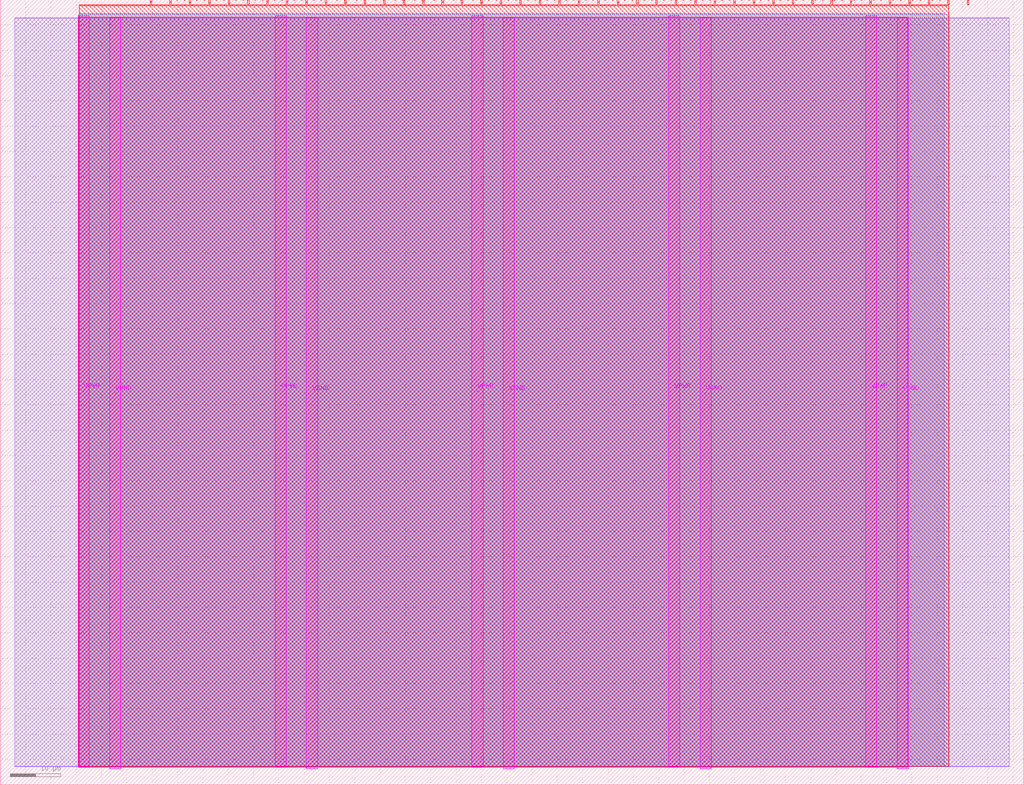
<source format=lef>
VERSION 5.7 ;
  NOWIREEXTENSIONATPIN ON ;
  DIVIDERCHAR "/" ;
  BUSBITCHARS "[]" ;
MACRO tt_um_ezelioli_blockvga
  CLASS BLOCK ;
  FOREIGN tt_um_ezelioli_blockvga ;
  ORIGIN 0.000 0.000 ;
  SIZE 202.080 BY 154.980 ;
  PIN VGND
    DIRECTION INOUT ;
    USE GROUND ;
    PORT
      LAYER TopMetal1 ;
        RECT 21.580 3.150 23.780 151.420 ;
    END
    PORT
      LAYER TopMetal1 ;
        RECT 60.450 3.150 62.650 151.420 ;
    END
    PORT
      LAYER TopMetal1 ;
        RECT 99.320 3.150 101.520 151.420 ;
    END
    PORT
      LAYER TopMetal1 ;
        RECT 138.190 3.150 140.390 151.420 ;
    END
    PORT
      LAYER TopMetal1 ;
        RECT 177.060 3.150 179.260 151.420 ;
    END
  END VGND
  PIN VPWR
    DIRECTION INOUT ;
    USE POWER ;
    PORT
      LAYER TopMetal1 ;
        RECT 15.380 3.560 17.580 151.830 ;
    END
    PORT
      LAYER TopMetal1 ;
        RECT 54.250 3.560 56.450 151.830 ;
    END
    PORT
      LAYER TopMetal1 ;
        RECT 93.120 3.560 95.320 151.830 ;
    END
    PORT
      LAYER TopMetal1 ;
        RECT 131.990 3.560 134.190 151.830 ;
    END
    PORT
      LAYER TopMetal1 ;
        RECT 170.860 3.560 173.060 151.830 ;
    END
  END VPWR
  PIN clk
    DIRECTION INPUT ;
    USE SIGNAL ;
    ANTENNAGATEAREA 0.725400 ;
    PORT
      LAYER Metal4 ;
        RECT 187.050 153.980 187.350 154.980 ;
    END
  END clk
  PIN ena
    DIRECTION INPUT ;
    USE SIGNAL ;
    PORT
      LAYER Metal4 ;
        RECT 190.890 153.980 191.190 154.980 ;
    END
  END ena
  PIN rst_n
    DIRECTION INPUT ;
    USE SIGNAL ;
    ANTENNAGATEAREA 0.938600 ;
    PORT
      LAYER Metal4 ;
        RECT 183.210 153.980 183.510 154.980 ;
    END
  END rst_n
  PIN ui_in[0]
    DIRECTION INPUT ;
    USE SIGNAL ;
    PORT
      LAYER Metal4 ;
        RECT 179.370 153.980 179.670 154.980 ;
    END
  END ui_in[0]
  PIN ui_in[1]
    DIRECTION INPUT ;
    USE SIGNAL ;
    PORT
      LAYER Metal4 ;
        RECT 175.530 153.980 175.830 154.980 ;
    END
  END ui_in[1]
  PIN ui_in[2]
    DIRECTION INPUT ;
    USE SIGNAL ;
    PORT
      LAYER Metal4 ;
        RECT 171.690 153.980 171.990 154.980 ;
    END
  END ui_in[2]
  PIN ui_in[3]
    DIRECTION INPUT ;
    USE SIGNAL ;
    PORT
      LAYER Metal4 ;
        RECT 167.850 153.980 168.150 154.980 ;
    END
  END ui_in[3]
  PIN ui_in[4]
    DIRECTION INPUT ;
    USE SIGNAL ;
    PORT
      LAYER Metal4 ;
        RECT 164.010 153.980 164.310 154.980 ;
    END
  END ui_in[4]
  PIN ui_in[5]
    DIRECTION INPUT ;
    USE SIGNAL ;
    PORT
      LAYER Metal4 ;
        RECT 160.170 153.980 160.470 154.980 ;
    END
  END ui_in[5]
  PIN ui_in[6]
    DIRECTION INPUT ;
    USE SIGNAL ;
    PORT
      LAYER Metal4 ;
        RECT 156.330 153.980 156.630 154.980 ;
    END
  END ui_in[6]
  PIN ui_in[7]
    DIRECTION INPUT ;
    USE SIGNAL ;
    PORT
      LAYER Metal4 ;
        RECT 152.490 153.980 152.790 154.980 ;
    END
  END ui_in[7]
  PIN uio_in[0]
    DIRECTION INPUT ;
    USE SIGNAL ;
    PORT
      LAYER Metal4 ;
        RECT 148.650 153.980 148.950 154.980 ;
    END
  END uio_in[0]
  PIN uio_in[1]
    DIRECTION INPUT ;
    USE SIGNAL ;
    PORT
      LAYER Metal4 ;
        RECT 144.810 153.980 145.110 154.980 ;
    END
  END uio_in[1]
  PIN uio_in[2]
    DIRECTION INPUT ;
    USE SIGNAL ;
    PORT
      LAYER Metal4 ;
        RECT 140.970 153.980 141.270 154.980 ;
    END
  END uio_in[2]
  PIN uio_in[3]
    DIRECTION INPUT ;
    USE SIGNAL ;
    PORT
      LAYER Metal4 ;
        RECT 137.130 153.980 137.430 154.980 ;
    END
  END uio_in[3]
  PIN uio_in[4]
    DIRECTION INPUT ;
    USE SIGNAL ;
    PORT
      LAYER Metal4 ;
        RECT 133.290 153.980 133.590 154.980 ;
    END
  END uio_in[4]
  PIN uio_in[5]
    DIRECTION INPUT ;
    USE SIGNAL ;
    PORT
      LAYER Metal4 ;
        RECT 129.450 153.980 129.750 154.980 ;
    END
  END uio_in[5]
  PIN uio_in[6]
    DIRECTION INPUT ;
    USE SIGNAL ;
    PORT
      LAYER Metal4 ;
        RECT 125.610 153.980 125.910 154.980 ;
    END
  END uio_in[6]
  PIN uio_in[7]
    DIRECTION INPUT ;
    USE SIGNAL ;
    PORT
      LAYER Metal4 ;
        RECT 121.770 153.980 122.070 154.980 ;
    END
  END uio_in[7]
  PIN uio_oe[0]
    DIRECTION OUTPUT ;
    USE SIGNAL ;
    ANTENNADIFFAREA 0.299200 ;
    PORT
      LAYER Metal4 ;
        RECT 56.490 153.980 56.790 154.980 ;
    END
  END uio_oe[0]
  PIN uio_oe[1]
    DIRECTION OUTPUT ;
    USE SIGNAL ;
    ANTENNADIFFAREA 0.299200 ;
    PORT
      LAYER Metal4 ;
        RECT 52.650 153.980 52.950 154.980 ;
    END
  END uio_oe[1]
  PIN uio_oe[2]
    DIRECTION OUTPUT ;
    USE SIGNAL ;
    ANTENNADIFFAREA 0.299200 ;
    PORT
      LAYER Metal4 ;
        RECT 48.810 153.980 49.110 154.980 ;
    END
  END uio_oe[2]
  PIN uio_oe[3]
    DIRECTION OUTPUT ;
    USE SIGNAL ;
    ANTENNADIFFAREA 0.299200 ;
    PORT
      LAYER Metal4 ;
        RECT 44.970 153.980 45.270 154.980 ;
    END
  END uio_oe[3]
  PIN uio_oe[4]
    DIRECTION OUTPUT ;
    USE SIGNAL ;
    ANTENNADIFFAREA 0.299200 ;
    PORT
      LAYER Metal4 ;
        RECT 41.130 153.980 41.430 154.980 ;
    END
  END uio_oe[4]
  PIN uio_oe[5]
    DIRECTION OUTPUT ;
    USE SIGNAL ;
    ANTENNADIFFAREA 0.299200 ;
    PORT
      LAYER Metal4 ;
        RECT 37.290 153.980 37.590 154.980 ;
    END
  END uio_oe[5]
  PIN uio_oe[6]
    DIRECTION OUTPUT ;
    USE SIGNAL ;
    ANTENNADIFFAREA 0.299200 ;
    PORT
      LAYER Metal4 ;
        RECT 33.450 153.980 33.750 154.980 ;
    END
  END uio_oe[6]
  PIN uio_oe[7]
    DIRECTION OUTPUT ;
    USE SIGNAL ;
    ANTENNADIFFAREA 0.299200 ;
    PORT
      LAYER Metal4 ;
        RECT 29.610 153.980 29.910 154.980 ;
    END
  END uio_oe[7]
  PIN uio_out[0]
    DIRECTION OUTPUT ;
    USE SIGNAL ;
    ANTENNADIFFAREA 0.299200 ;
    PORT
      LAYER Metal4 ;
        RECT 87.210 153.980 87.510 154.980 ;
    END
  END uio_out[0]
  PIN uio_out[1]
    DIRECTION OUTPUT ;
    USE SIGNAL ;
    ANTENNADIFFAREA 0.299200 ;
    PORT
      LAYER Metal4 ;
        RECT 83.370 153.980 83.670 154.980 ;
    END
  END uio_out[1]
  PIN uio_out[2]
    DIRECTION OUTPUT ;
    USE SIGNAL ;
    ANTENNADIFFAREA 0.299200 ;
    PORT
      LAYER Metal4 ;
        RECT 79.530 153.980 79.830 154.980 ;
    END
  END uio_out[2]
  PIN uio_out[3]
    DIRECTION OUTPUT ;
    USE SIGNAL ;
    ANTENNADIFFAREA 0.299200 ;
    PORT
      LAYER Metal4 ;
        RECT 75.690 153.980 75.990 154.980 ;
    END
  END uio_out[3]
  PIN uio_out[4]
    DIRECTION OUTPUT ;
    USE SIGNAL ;
    ANTENNADIFFAREA 0.299200 ;
    PORT
      LAYER Metal4 ;
        RECT 71.850 153.980 72.150 154.980 ;
    END
  END uio_out[4]
  PIN uio_out[5]
    DIRECTION OUTPUT ;
    USE SIGNAL ;
    ANTENNADIFFAREA 0.299200 ;
    PORT
      LAYER Metal4 ;
        RECT 68.010 153.980 68.310 154.980 ;
    END
  END uio_out[5]
  PIN uio_out[6]
    DIRECTION OUTPUT ;
    USE SIGNAL ;
    ANTENNADIFFAREA 0.299200 ;
    PORT
      LAYER Metal4 ;
        RECT 64.170 153.980 64.470 154.980 ;
    END
  END uio_out[6]
  PIN uio_out[7]
    DIRECTION OUTPUT ;
    USE SIGNAL ;
    ANTENNADIFFAREA 0.299200 ;
    PORT
      LAYER Metal4 ;
        RECT 60.330 153.980 60.630 154.980 ;
    END
  END uio_out[7]
  PIN uo_out[0]
    DIRECTION OUTPUT ;
    USE SIGNAL ;
    ANTENNADIFFAREA 0.981400 ;
    PORT
      LAYER Metal4 ;
        RECT 117.930 153.980 118.230 154.980 ;
    END
  END uo_out[0]
  PIN uo_out[1]
    DIRECTION OUTPUT ;
    USE SIGNAL ;
    ANTENNADIFFAREA 0.981400 ;
    PORT
      LAYER Metal4 ;
        RECT 114.090 153.980 114.390 154.980 ;
    END
  END uo_out[1]
  PIN uo_out[2]
    DIRECTION OUTPUT ;
    USE SIGNAL ;
    ANTENNADIFFAREA 0.981400 ;
    PORT
      LAYER Metal4 ;
        RECT 110.250 153.980 110.550 154.980 ;
    END
  END uo_out[2]
  PIN uo_out[3]
    DIRECTION OUTPUT ;
    USE SIGNAL ;
    ANTENNADIFFAREA 0.708600 ;
    PORT
      LAYER Metal4 ;
        RECT 106.410 153.980 106.710 154.980 ;
    END
  END uo_out[3]
  PIN uo_out[4]
    DIRECTION OUTPUT ;
    USE SIGNAL ;
    ANTENNADIFFAREA 0.299200 ;
    PORT
      LAYER Metal4 ;
        RECT 102.570 153.980 102.870 154.980 ;
    END
  END uo_out[4]
  PIN uo_out[5]
    DIRECTION OUTPUT ;
    USE SIGNAL ;
    ANTENNADIFFAREA 0.299200 ;
    PORT
      LAYER Metal4 ;
        RECT 98.730 153.980 99.030 154.980 ;
    END
  END uo_out[5]
  PIN uo_out[6]
    DIRECTION OUTPUT ;
    USE SIGNAL ;
    ANTENNADIFFAREA 0.299200 ;
    PORT
      LAYER Metal4 ;
        RECT 94.890 153.980 95.190 154.980 ;
    END
  END uo_out[6]
  PIN uo_out[7]
    DIRECTION OUTPUT ;
    USE SIGNAL ;
    ANTENNADIFFAREA 0.708600 ;
    PORT
      LAYER Metal4 ;
        RECT 91.050 153.980 91.350 154.980 ;
    END
  END uo_out[7]
  OBS
      LAYER GatPoly ;
        RECT 2.880 3.630 199.200 151.350 ;
      LAYER Metal1 ;
        RECT 2.880 3.560 199.200 151.420 ;
      LAYER Metal2 ;
        RECT 15.560 3.635 186.345 152.185 ;
      LAYER Metal3 ;
        RECT 15.515 3.680 187.345 152.145 ;
      LAYER Metal4 ;
        RECT 15.560 153.770 29.400 153.980 ;
        RECT 30.120 153.770 33.240 153.980 ;
        RECT 33.960 153.770 37.080 153.980 ;
        RECT 37.800 153.770 40.920 153.980 ;
        RECT 41.640 153.770 44.760 153.980 ;
        RECT 45.480 153.770 48.600 153.980 ;
        RECT 49.320 153.770 52.440 153.980 ;
        RECT 53.160 153.770 56.280 153.980 ;
        RECT 57.000 153.770 60.120 153.980 ;
        RECT 60.840 153.770 63.960 153.980 ;
        RECT 64.680 153.770 67.800 153.980 ;
        RECT 68.520 153.770 71.640 153.980 ;
        RECT 72.360 153.770 75.480 153.980 ;
        RECT 76.200 153.770 79.320 153.980 ;
        RECT 80.040 153.770 83.160 153.980 ;
        RECT 83.880 153.770 87.000 153.980 ;
        RECT 87.720 153.770 90.840 153.980 ;
        RECT 91.560 153.770 94.680 153.980 ;
        RECT 95.400 153.770 98.520 153.980 ;
        RECT 99.240 153.770 102.360 153.980 ;
        RECT 103.080 153.770 106.200 153.980 ;
        RECT 106.920 153.770 110.040 153.980 ;
        RECT 110.760 153.770 113.880 153.980 ;
        RECT 114.600 153.770 117.720 153.980 ;
        RECT 118.440 153.770 121.560 153.980 ;
        RECT 122.280 153.770 125.400 153.980 ;
        RECT 126.120 153.770 129.240 153.980 ;
        RECT 129.960 153.770 133.080 153.980 ;
        RECT 133.800 153.770 136.920 153.980 ;
        RECT 137.640 153.770 140.760 153.980 ;
        RECT 141.480 153.770 144.600 153.980 ;
        RECT 145.320 153.770 148.440 153.980 ;
        RECT 149.160 153.770 152.280 153.980 ;
        RECT 153.000 153.770 156.120 153.980 ;
        RECT 156.840 153.770 159.960 153.980 ;
        RECT 160.680 153.770 163.800 153.980 ;
        RECT 164.520 153.770 167.640 153.980 ;
        RECT 168.360 153.770 171.480 153.980 ;
        RECT 172.200 153.770 175.320 153.980 ;
        RECT 176.040 153.770 179.160 153.980 ;
        RECT 179.880 153.770 183.000 153.980 ;
        RECT 183.720 153.770 186.840 153.980 ;
        RECT 15.560 3.635 187.300 153.770 ;
      LAYER Metal5 ;
        RECT 15.515 3.470 179.125 151.510 ;
  END
END tt_um_ezelioli_blockvga
END LIBRARY


</source>
